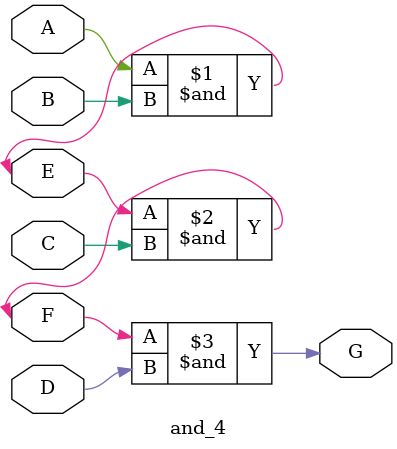
<source format=v>
`timescale 1ns / 1ps

module and_4(output G, input A, B, C, D, E, F);
    assign E = A&B;
    assign F = E&C;
    assign G = F&D;
endmodule
</source>
